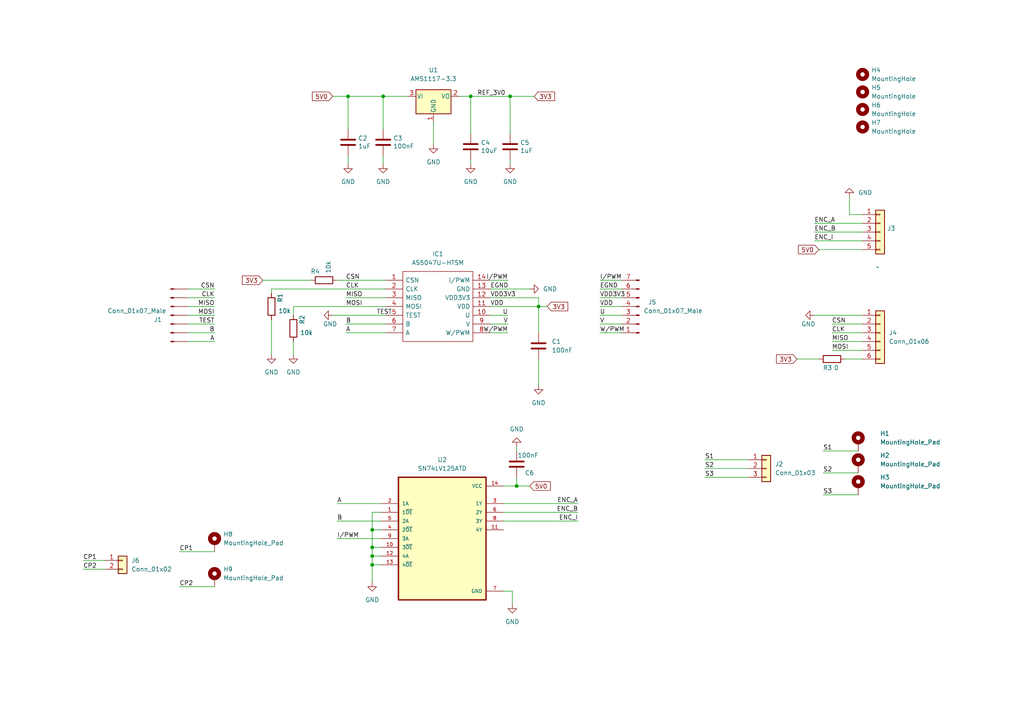
<source format=kicad_sch>
(kicad_sch (version 20211123) (generator eeschema)
  (paper "A4")
  (lib_symbols
    (symbol "Conn_01x07_Male_1" (pin_numbers hide) (pin_names (offset 1.016) hide)
      (property "Reference" "J" (at 0 10.16 0))
      (property "Value" "Conn_01x07_Male_1" (at 0 -10.16 0))
      (symbol "Conn_01x07_Male_1_1_1"
        (polyline (pts (xy 1.27 -7.62) (xy 0.8636 -7.62)) (stroke (width 0.1524)))
        (polyline (pts (xy 1.27 -5.08) (xy 0.8636 -5.08)) (stroke (width 0.1524)))
        (polyline (pts (xy 1.27 -2.54) (xy 0.8636 -2.54)) (stroke (width 0.1524)))
        (polyline (pts (xy 1.27 0) (xy 0.8636 0)) (stroke (width 0.1524)))
        (polyline (pts (xy 1.27 2.54) (xy 0.8636 2.54)) (stroke (width 0.1524)))
        (polyline (pts (xy 1.27 5.08) (xy 0.8636 5.08)) (stroke (width 0.1524)))
        (polyline (pts (xy 1.27 7.62) (xy 0.8636 7.62)) (stroke (width 0.1524)))
        (rectangle (start 0.8636 -7.493) (end 0 -7.747) (stroke (width 0.1524)) (fill (type outline)))
        (rectangle (start 0.8636 -4.953) (end 0 -5.207) (stroke (width 0.1524)) (fill (type outline)))
        (rectangle (start 0.8636 -2.413) (end 0 -2.667) (stroke (width 0.1524)) (fill (type outline)))
        (rectangle (start 0.8636 0.127) (end 0 -0.127) (stroke (width 0.1524)) (fill (type outline)))
        (rectangle (start 0.8636 2.667) (end 0 2.413) (stroke (width 0.1524)) (fill (type outline)))
        (rectangle (start 0.8636 5.207) (end 0 4.953) (stroke (width 0.1524)) (fill (type outline)))
        (rectangle (start 0.8636 7.747) (end 0 7.493) (stroke (width 0.1524)) (fill (type outline)))
        (pin passive line (at 5.08 7.62 180) (length 3.81) (name "Pin_1") (number "1"))
        (pin passive line (at 5.08 5.08 180) (length 3.81) (name "Pin_2") (number "2"))
        (pin passive line (at 5.08 2.54 180) (length 3.81) (name "Pin_3") (number "3"))
        (pin passive line (at 5.08 0 180) (length 3.81) (name "Pin_4") (number "4"))
        (pin passive line (at 5.08 -2.54 180) (length 3.81) (name "Pin_5") (number "5"))
        (pin passive line (at 5.08 -5.08 180) (length 3.81) (name "Pin_6") (number "6"))
        (pin passive line (at 5.08 -7.62 180) (length 3.81) (name "Pin_7") (number "7"))
      )
    )
    (symbol "Connector:Conn_01x07_Male" (pin_names (offset 1.016) hide)
      (property "Reference" "J" (at 0 10.16 0))
      (property "Value" "Conn_01x07_Male" (at 0 -10.16 0))
      (symbol "Conn_01x07_Male_1_1"
        (polyline (pts (xy 1.27 -7.62) (xy 0.8636 -7.62)) (stroke (width 0.1524)))
        (polyline (pts (xy 1.27 -5.08) (xy 0.8636 -5.08)) (stroke (width 0.1524)))
        (polyline (pts (xy 1.27 -2.54) (xy 0.8636 -2.54)) (stroke (width 0.1524)))
        (polyline (pts (xy 1.27 0) (xy 0.8636 0)) (stroke (width 0.1524)))
        (polyline (pts (xy 1.27 2.54) (xy 0.8636 2.54)) (stroke (width 0.1524)))
        (polyline (pts (xy 1.27 5.08) (xy 0.8636 5.08)) (stroke (width 0.1524)))
        (polyline (pts (xy 1.27 7.62) (xy 0.8636 7.62)) (stroke (width 0.1524)))
        (rectangle (start 0.8636 -7.493) (end 0 -7.747) (stroke (width 0.1524)) (fill (type outline)))
        (rectangle (start 0.8636 -4.953) (end 0 -5.207) (stroke (width 0.1524)) (fill (type outline)))
        (rectangle (start 0.8636 -2.413) (end 0 -2.667) (stroke (width 0.1524)) (fill (type outline)))
        (rectangle (start 0.8636 0.127) (end 0 -0.127) (stroke (width 0.1524)) (fill (type outline)))
        (rectangle (start 0.8636 2.667) (end 0 2.413) (stroke (width 0.1524)) (fill (type outline)))
        (rectangle (start 0.8636 5.207) (end 0 4.953) (stroke (width 0.1524)) (fill (type outline)))
        (rectangle (start 0.8636 7.747) (end 0 7.493) (stroke (width 0.1524)) (fill (type outline)))
        (pin passive line (at 5.08 7.62 180) (length 3.81) (name "Pin_1") (number "1"))
        (pin passive line (at 5.08 5.08 180) (length 3.81) (name "Pin_2") (number "2"))
        (pin passive line (at 5.08 2.54 180) (length 3.81) (name "Pin_3") (number "3"))
        (pin passive line (at 5.08 0 180) (length 3.81) (name "Pin_4") (number "4"))
        (pin passive line (at 5.08 -2.54 180) (length 3.81) (name "Pin_5") (number "5"))
        (pin passive line (at 5.08 -5.08 180) (length 3.81) (name "Pin_6") (number "6"))
        (pin passive line (at 5.08 -7.62 180) (length 3.81) (name "Pin_7") (number "7"))
      )
    )
    (symbol "Connector_Generic:Conn_01x02" (pin_names (offset 1.016) hide)
      (property "Reference" "J" (at 0 2.54 0))
      (property "Value" "Conn_01x02" (at 0 -5.08 0))
      (symbol "Conn_01x02_1_1"
        (rectangle (start -1.27 -2.413) (end 0 -2.667) (stroke (width 0.1524)))
        (rectangle (start -1.27 0.127) (end 0 -0.127) (stroke (width 0.1524)))
        (rectangle (start -1.27 1.27) (end 1.27 -3.81) (stroke (width 0.254)) (fill (type background)))
        (pin passive line (at -5.08 0 0) (length 3.81) (name "Pin_1") (number "1"))
        (pin passive line (at -5.08 -2.54 0) (length 3.81) (name "Pin_2") (number "2"))
      )
    )
    (symbol "Connector_Generic:Conn_01x03" (pin_names (offset 1.016) hide)
      (property "Reference" "J" (at 0 5.08 0))
      (property "Value" "Conn_01x03" (at 0 -5.08 0))
      (symbol "Conn_01x03_1_1"
        (rectangle (start -1.27 -2.413) (end 0 -2.667) (stroke (width 0.1524)))
        (rectangle (start -1.27 0.127) (end 0 -0.127) (stroke (width 0.1524)))
        (rectangle (start -1.27 2.667) (end 0 2.413) (stroke (width 0.1524)))
        (rectangle (start -1.27 3.81) (end 1.27 -3.81) (stroke (width 0.254)) (fill (type background)))
        (pin passive line (at -5.08 2.54 0) (length 3.81) (name "Pin_1") (number "1"))
        (pin passive line (at -5.08 0 0) (length 3.81) (name "Pin_2") (number "2"))
        (pin passive line (at -5.08 -2.54 0) (length 3.81) (name "Pin_3") (number "3"))
      )
    )
    (symbol "Connector_Generic:Conn_01x05" (pin_names (offset 1.016) hide)
      (property "Reference" "J" (at 0 7.62 0))
      (property "Value" "Conn_01x05" (at 0 -7.62 0))
      (symbol "Conn_01x05_1_1"
        (rectangle (start -1.27 -4.953) (end 0 -5.207) (stroke (width 0.1524)))
        (rectangle (start -1.27 -2.413) (end 0 -2.667) (stroke (width 0.1524)))
        (rectangle (start -1.27 0.127) (end 0 -0.127) (stroke (width 0.1524)))
        (rectangle (start -1.27 2.667) (end 0 2.413) (stroke (width 0.1524)))
        (rectangle (start -1.27 5.207) (end 0 4.953) (stroke (width 0.1524)))
        (rectangle (start -1.27 6.35) (end 1.27 -6.35) (stroke (width 0.254)) (fill (type background)))
        (pin passive line (at -5.08 5.08 0) (length 3.81) (name "Pin_1") (number "1"))
        (pin passive line (at -5.08 2.54 0) (length 3.81) (name "Pin_2") (number "2"))
        (pin passive line (at -5.08 0 0) (length 3.81) (name "Pin_3") (number "3"))
        (pin passive line (at -5.08 -2.54 0) (length 3.81) (name "Pin_4") (number "4"))
        (pin passive line (at -5.08 -5.08 0) (length 3.81) (name "Pin_5") (number "5"))
      )
    )
    (symbol "Connector_Generic:Conn_01x06" (pin_names (offset 1.016) hide)
      (property "Reference" "J" (at 0 7.62 0))
      (property "Value" "Conn_01x06" (at 0 -10.16 0))
      (symbol "Conn_01x06_1_1"
        (rectangle (start -1.27 -7.493) (end 0 -7.747) (stroke (width 0.1524)))
        (rectangle (start -1.27 -4.953) (end 0 -5.207) (stroke (width 0.1524)))
        (rectangle (start -1.27 -2.413) (end 0 -2.667) (stroke (width 0.1524)))
        (rectangle (start -1.27 0.127) (end 0 -0.127) (stroke (width 0.1524)))
        (rectangle (start -1.27 2.667) (end 0 2.413) (stroke (width 0.1524)))
        (rectangle (start -1.27 5.207) (end 0 4.953) (stroke (width 0.1524)))
        (rectangle (start -1.27 6.35) (end 1.27 -8.89) (stroke (width 0.254)) (fill (type background)))
        (pin passive line (at -5.08 5.08 0) (length 3.81) (name "Pin_1") (number "1"))
        (pin passive line (at -5.08 2.54 0) (length 3.81) (name "Pin_2") (number "2"))
        (pin passive line (at -5.08 0 0) (length 3.81) (name "Pin_3") (number "3"))
        (pin passive line (at -5.08 -2.54 0) (length 3.81) (name "Pin_4") (number "4"))
        (pin passive line (at -5.08 -5.08 0) (length 3.81) (name "Pin_5") (number "5"))
        (pin passive line (at -5.08 -7.62 0) (length 3.81) (name "Pin_6") (number "6"))
      )
    )
    (symbol "Device:C" (pin_numbers hide) (pin_names (offset 0.254))
      (property "Reference" "C" (at 0.635 2.54 0))
      (property "Value" "C" (at 0.635 -2.54 0))
      (symbol "C_0_1"
        (polyline (pts (xy -2.032 -0.762) (xy 2.032 -0.762)) (stroke (width 0.508)))
        (polyline (pts (xy -2.032 0.762) (xy 2.032 0.762)) (stroke (width 0.508)))
      )
      (symbol "C_1_1"
        (pin passive line (at 0 3.81 270) (length 2.794) (name "~") (number "1"))
        (pin passive line (at 0 -3.81 90) (length 2.794) (name "~") (number "2"))
      )
    )
    (symbol "Device:R" (pin_numbers hide) (pin_names (offset 0))
      (property "Reference" "R" (at 2.032 0 90))
      (property "Value" "R" (at 0 0 90))
      (symbol "R_0_1"
        (rectangle (start -1.016 -2.54) (end 1.016 2.54) (stroke (width 0.254)))
      )
      (symbol "R_1_1"
        (pin passive line (at 0 3.81 270) (length 1.27) (name "~") (number "1"))
        (pin passive line (at 0 -3.81 90) (length 1.27) (name "~") (number "2"))
      )
    )
    (symbol "Mechanical:MountingHole" (pin_names (offset 1.016))
      (property "Reference" "H" (at 0 5.08 0))
      (property "Value" "MountingHole" (at 0 3.175 0))
      (symbol "MountingHole_0_1"
        (circle (center 0 0) (radius 1.27) (stroke (width 1.27)))
      )
    )
    (symbol "Mechanical:MountingHole_Pad" (pin_numbers hide) (pin_names (offset 1.016) hide)
      (property "Reference" "H" (at 0 6.35 0))
      (property "Value" "MountingHole_Pad" (at 0 4.445 0))
      (symbol "MountingHole_Pad_0_1"
        (circle (center 0 1.27) (radius 1.27) (stroke (width 1.27)))
      )
      (symbol "MountingHole_Pad_1_1"
        (pin input line (at 0 -2.54 90) (length 2.54) (name "1") (number "1"))
      )
    )
    (symbol "Regulator_Linear:AMS1117-3.3" (pin_names (offset 0.254))
      (property "Reference" "U" (at -3.81 3.175 0))
      (property "Value" "AMS1117-3.3" (at 0 3.175 0))
      (symbol "AMS1117-3.3_0_1"
        (rectangle (start -5.08 -5.08) (end 5.08 1.905) (stroke (width 0.254)) (fill (type background)))
      )
      (symbol "AMS1117-3.3_1_1"
        (pin power_in line (at 0 -7.62 90) (length 2.54) (name "GND") (number "1"))
        (pin power_out line (at 7.62 0 180) (length 2.54) (name "VO") (number "2"))
        (pin power_in line (at -7.62 0 0) (length 2.54) (name "VI") (number "3"))
      )
    )
    (symbol "enclib:AS5047U-HTSM" (pin_names (offset 0.762))
      (property "Reference" "IC" (at 26.67 7.62 0))
      (property "Value" "AS5047U-HTSM" (at 26.67 5.08 0))
      (symbol "AS5047U-HTSM_0_0"
        (pin passive line (at 0 0 0) (length 5.08) (name "CSN") (number "1"))
        (pin passive line (at 30.48 -10.16 180) (length 5.08) (name "U") (number "10"))
        (pin passive line (at 30.48 -7.62 180) (length 5.08) (name "VDD") (number "11"))
        (pin passive line (at 30.48 -5.08 180) (length 5.08) (name "VDD3V3") (number "12"))
        (pin passive line (at 30.48 -2.54 180) (length 5.08) (name "GND") (number "13"))
        (pin passive line (at 30.48 0 180) (length 5.08) (name "I/PWM") (number "14"))
        (pin passive line (at 0 -2.54 0) (length 5.08) (name "CLK") (number "2"))
        (pin passive line (at 0 -5.08 0) (length 5.08) (name "MISO") (number "3"))
        (pin passive line (at 0 -7.62 0) (length 5.08) (name "MOSI") (number "4"))
        (pin passive line (at 0 -10.16 0) (length 5.08) (name "TEST") (number "5"))
        (pin passive line (at 0 -12.7 0) (length 5.08) (name "B") (number "6"))
        (pin passive line (at 0 -15.24 0) (length 5.08) (name "A") (number "7"))
        (pin passive line (at 30.48 -15.24 180) (length 5.08) (name "W/PWM") (number "8"))
        (pin passive line (at 30.48 -12.7 180) (length 5.08) (name "V") (number "9"))
      )
      (symbol "AS5047U-HTSM_0_1"
        (polyline (pts (xy 5.08 2.54) (xy 25.4 2.54) (xy 25.4 -17.78) (xy 5.08 -17.78) (xy 5.08 2.54)) (stroke (width 0.1524)))
      )
    )
    (symbol "enclib:SN74LV125ATD" (pin_names (offset 1.016))
      (property "Reference" "U" (at -12.7 18.7706 0))
      (property "Value" "SN74LV125ATD" (at -12.7 -21.7678 0))
      (symbol "SN74LV125ATD_0_0"
        (rectangle (start -12.7 -17.78) (end 12.7 17.78) (stroke (width 0.4064)) (fill (type background)))
        (pin input line (at -17.78 7.62 0) (length 5.08) (name "1~{OE}") (number "1"))
        (pin input line (at -17.78 -2.54 0) (length 5.08) (name "3~{OE}") (number "10"))
        (pin output line (at 17.78 2.54 180) (length 5.08) (name "4Y") (number "11"))
        (pin input line (at -17.78 -5.08 0) (length 5.08) (name "4A") (number "12"))
        (pin input line (at -17.78 -7.62 0) (length 5.08) (name "4~{OE}") (number "13"))
        (pin power_in line (at 17.78 15.24 180) (length 5.08) (name "VCC") (number "14"))
        (pin input line (at -17.78 10.16 0) (length 5.08) (name "1A") (number "2"))
        (pin output line (at 17.78 10.16 180) (length 5.08) (name "1Y") (number "3"))
        (pin input line (at -17.78 2.54 0) (length 5.08) (name "2~{OE}") (number "4"))
        (pin input line (at -17.78 5.08 0) (length 5.08) (name "2A") (number "5"))
        (pin output line (at 17.78 7.62 180) (length 5.08) (name "2Y") (number "6"))
        (pin power_in line (at 17.78 -15.24 180) (length 5.08) (name "GND") (number "7"))
        (pin output line (at 17.78 5.08 180) (length 5.08) (name "3Y") (number "8"))
        (pin input line (at -17.78 0 0) (length 5.08) (name "3A") (number "9"))
      )
    )
    (symbol "power:GND" (power) (pin_names (offset 0))
      (property "Value" "GND" (at 0 -3.81 0))
      (symbol "GND_0_1"
        (polyline (pts (xy 0 0) (xy 0 -1.27) (xy 1.27 -1.27) (xy 0 -2.54) (xy -1.27 -1.27) (xy 0 -1.27)))
      )
      (symbol "GND_1_1"
        (pin power_in line (at 0 0 270) (length 0) hide (name "GND") (number "1"))
      )
    )
  )
  (junction (at 147.955 27.94))
  (junction (at 107.95 161.29))
  (junction (at 107.95 158.75))
  (junction (at 156.21 88.9))
  (junction (at 111.125 27.94))
  (junction (at 107.95 163.83))
  (junction (at 100.965 27.94))
  (junction (at 149.86 140.97))
  (junction (at 107.95 153.67))
  (junction (at 136.525 27.94))
  (wire (pts (xy 54.61 86.36) (xy 62.23 86.36)))
  (wire (pts (xy 241.3 93.98) (xy 250.19 93.98)))
  (wire (pts (xy 147.955 46.355) (xy 147.955 47.625)))
  (wire (pts (xy 78.74 83.82) (xy 78.74 85.09)))
  (wire (pts (xy 146.05 171.45) (xy 148.59 171.45)))
  (wire (pts (xy 107.95 148.59) (xy 107.95 153.67)))
  (wire (pts (xy 149.86 140.97) (xy 153.67 140.97)))
  (wire (pts (xy 85.09 88.9) (xy 111.76 88.9)))
  (wire (pts (xy 146.05 146.05) (xy 167.64 146.05)))
  (wire (pts (xy 156.21 88.9) (xy 158.75 88.9)))
  (wire (pts (xy 173.99 88.9) (xy 180.34 88.9)))
  (wire (pts (xy 107.95 158.75) (xy 107.95 161.29)))
  (wire (pts (xy 54.61 83.82) (xy 62.23 83.82)))
  (wire (pts (xy 142.24 88.9) (xy 156.21 88.9)))
  (wire (pts (xy 107.95 161.29) (xy 107.95 163.83)))
  (wire (pts (xy 173.99 86.36) (xy 180.34 86.36)))
  (wire (pts (xy 238.76 137.16) (xy 248.92 137.16)))
  (wire (pts (xy 54.61 99.06) (xy 62.23 99.06)))
  (wire (pts (xy 147.955 27.94) (xy 154.94 27.94)))
  (wire (pts (xy 237.49 72.39) (xy 250.19 72.39)))
  (wire (pts (xy 173.99 96.52) (xy 180.34 96.52)))
  (wire (pts (xy 142.24 86.36) (xy 156.21 86.36)))
  (wire (pts (xy 100.965 27.94) (xy 100.965 37.465)))
  (wire (pts (xy 156.21 88.9) (xy 156.21 96.52)))
  (wire (pts (xy 142.24 91.44) (xy 147.32 91.44)))
  (wire (pts (xy 97.79 151.13) (xy 110.49 151.13)))
  (wire (pts (xy 173.99 83.82) (xy 180.34 83.82)))
  (wire (pts (xy 241.3 101.6) (xy 250.19 101.6)))
  (wire (pts (xy 78.74 83.82) (xy 111.76 83.82)))
  (wire (pts (xy 96.52 91.44) (xy 111.76 91.44)))
  (wire (pts (xy 173.99 93.98) (xy 180.34 93.98)))
  (wire (pts (xy 241.3 99.06) (xy 250.19 99.06)))
  (wire (pts (xy 136.525 46.355) (xy 136.525 47.625)))
  (wire (pts (xy 142.24 96.52) (xy 147.32 96.52)))
  (wire (pts (xy 24.13 165.1) (xy 30.48 165.1)))
  (wire (pts (xy 52.07 160.02) (xy 62.23 160.02)))
  (wire (pts (xy 107.95 163.83) (xy 107.95 168.91)))
  (wire (pts (xy 24.13 162.56) (xy 30.48 162.56)))
  (wire (pts (xy 54.61 88.9) (xy 62.23 88.9)))
  (wire (pts (xy 173.99 81.28) (xy 180.34 81.28)))
  (wire (pts (xy 236.22 67.31) (xy 250.19 67.31)))
  (wire (pts (xy 97.79 81.28) (xy 111.76 81.28)))
  (wire (pts (xy 133.35 27.94) (xy 136.525 27.94)))
  (wire (pts (xy 146.05 148.59) (xy 167.64 148.59)))
  (wire (pts (xy 111.125 27.94) (xy 111.125 37.465)))
  (wire (pts (xy 100.33 96.52) (xy 111.76 96.52)))
  (wire (pts (xy 149.86 129.54) (xy 149.86 130.81)))
  (wire (pts (xy 142.24 83.82) (xy 153.67 83.82)))
  (wire (pts (xy 96.52 27.94) (xy 100.965 27.94)))
  (wire (pts (xy 142.24 81.28) (xy 147.32 81.28)))
  (wire (pts (xy 149.86 140.97) (xy 149.86 138.43)))
  (wire (pts (xy 241.3 96.52) (xy 250.19 96.52)))
  (wire (pts (xy 54.61 91.44) (xy 62.23 91.44)))
  (wire (pts (xy 236.22 64.77) (xy 250.19 64.77)))
  (wire (pts (xy 78.74 92.71) (xy 78.74 102.87)))
  (wire (pts (xy 250.19 62.23) (xy 246.38 62.23)))
  (wire (pts (xy 100.965 27.94) (xy 111.125 27.94)))
  (wire (pts (xy 107.95 158.75) (xy 110.49 158.75)))
  (wire (pts (xy 111.125 27.94) (xy 118.11 27.94)))
  (wire (pts (xy 173.99 91.44) (xy 180.34 91.44)))
  (wire (pts (xy 146.05 151.13) (xy 167.64 151.13)))
  (wire (pts (xy 136.525 27.94) (xy 136.525 38.735)))
  (wire (pts (xy 156.21 104.14) (xy 156.21 111.76)))
  (wire (pts (xy 85.09 88.9) (xy 85.09 91.44)))
  (wire (pts (xy 147.955 27.94) (xy 147.955 38.735)))
  (wire (pts (xy 110.49 161.29) (xy 107.95 161.29)))
  (wire (pts (xy 76.2 81.28) (xy 90.17 81.28)))
  (wire (pts (xy 111.125 45.085) (xy 111.125 47.625)))
  (wire (pts (xy 231.14 104.14) (xy 237.49 104.14)))
  (wire (pts (xy 100.33 86.36) (xy 111.76 86.36)))
  (wire (pts (xy 142.24 93.98) (xy 147.32 93.98)))
  (wire (pts (xy 148.59 171.45) (xy 148.59 175.26)))
  (wire (pts (xy 236.22 69.85) (xy 250.19 69.85)))
  (wire (pts (xy 107.95 153.67) (xy 107.95 158.75)))
  (wire (pts (xy 246.38 57.15) (xy 246.38 62.23)))
  (wire (pts (xy 100.33 93.98) (xy 111.76 93.98)))
  (wire (pts (xy 110.49 148.59) (xy 107.95 148.59)))
  (wire (pts (xy 204.47 133.35) (xy 217.17 133.35)))
  (wire (pts (xy 238.76 130.81) (xy 248.92 130.81)))
  (wire (pts (xy 156.21 86.36) (xy 156.21 88.9)))
  (wire (pts (xy 107.95 153.67) (xy 110.49 153.67)))
  (wire (pts (xy 85.09 99.06) (xy 85.09 102.87)))
  (wire (pts (xy 204.47 135.89) (xy 217.17 135.89)))
  (wire (pts (xy 125.73 35.56) (xy 125.73 41.91)))
  (wire (pts (xy 100.965 47.625) (xy 100.965 45.085)))
  (wire (pts (xy 245.11 104.14) (xy 250.19 104.14)))
  (wire (pts (xy 136.525 27.94) (xy 147.955 27.94)))
  (wire (pts (xy 107.95 163.83) (xy 110.49 163.83)))
  (wire (pts (xy 236.22 91.44) (xy 250.19 91.44)))
  (wire (pts (xy 238.76 143.51) (xy 248.92 143.51)))
  (wire (pts (xy 52.07 170.18) (xy 62.23 170.18)))
  (wire (pts (xy 146.05 140.97) (xy 149.86 140.97)))
  (wire (pts (xy 97.79 156.21) (xy 110.49 156.21)))
  (wire (pts (xy 54.61 96.52) (xy 62.23 96.52)))
  (wire (pts (xy 54.61 93.98) (xy 62.23 93.98)))
  (wire (pts (xy 204.47 138.43) (xy 217.17 138.43)))
  (wire (pts (xy 97.79 146.05) (xy 110.49 146.05)))
  (label "CSN" (at 100.33 81.28 0))
  (label "MOSI" (at 241.3 101.6 0))
  (label "ENC_I" (at 236.22 69.85 0))
  (label "A" (at 97.79 146.05 0))
  (label "EGND" (at 142.24 83.82 0))
  (label "S2" (at 204.47 135.89 0))
  (label "ENC_A" (at 167.64 146.05 180))
  (label "VDD" (at 173.99 88.9 0))
  (label "U" (at 173.99 91.44 0))
  (label "V" (at 147.32 93.98 180))
  (label "MOSI" (at 100.33 88.9 0))
  (label "VDD3V3" (at 173.99 86.36 0))
  (label "I{slash}PWM" (at 173.99 81.28 0))
  (label "CSN" (at 241.3 93.98 0))
  (label "S2" (at 238.76 137.16 0))
  (label "S3" (at 204.47 138.43 0))
  (label "CLK" (at 100.33 83.82 0))
  (label "A" (at 62.23 99.06 180))
  (label "S1" (at 238.76 130.81 0))
  (label "MISO" (at 62.23 88.9 180))
  (label "MISO" (at 241.3 99.06 0))
  (label "CP2" (at 52.07 170.18 0))
  (label "S1" (at 204.47 133.35 0))
  (label "VDD3V3" (at 142.24 86.36 0))
  (label "CP2" (at 24.13 165.1 0))
  (label "CP1" (at 52.07 160.02 0))
  (label "W{slash}PWM" (at 173.99 96.52 0))
  (label "CLK" (at 62.23 86.36 180))
  (label "REF_3V0" (at 138.43 27.94 0))
  (label "I{slash}PWM" (at 97.79 156.21 0))
  (label "CLK" (at 241.3 96.52 0))
  (label "B" (at 62.23 96.52 180))
  (label "MISO" (at 100.33 86.36 0))
  (label "MOSI" (at 62.23 91.44 180))
  (label "ENC_B" (at 167.64 148.59 180))
  (label "V" (at 173.99 93.98 0))
  (label "S3" (at 238.76 143.51 0))
  (label "VDD" (at 142.24 88.9 0))
  (label "U" (at 147.32 91.44 180))
  (label "W{slash}PWM" (at 147.32 96.52 180))
  (label "CSN" (at 62.23 83.82 180))
  (label "ENC_A" (at 236.22 64.77 0))
  (label "I{slash}PWM" (at 147.32 81.28 180))
  (label "B" (at 97.79 151.13 0))
  (label "CP1" (at 24.13 162.56 0))
  (label "ENC_B" (at 236.22 67.31 0))
  (label "ENC_I" (at 167.64 151.13 180))
  (label "TEST" (at 62.23 93.98 180))
  (label "EGND" (at 173.99 83.82 0))
  (label "B" (at 100.33 93.98 0))
  (label "TEST" (at 109.22 91.44 0))
  (label "A" (at 100.33 96.52 0))
  (global_label "3V3" (shape input) (at 231.14 104.14 180) (property "Intersheet References" "${INTERSHEET_REFS}" (effects hide)))
  (global_label "5V0" (shape input) (at 96.52 27.94 180) (property "Intersheet References" "${INTERSHEET_REFS}" (effects hide)))
  (global_label "5V0" (shape input) (at 237.49 72.39 180) (property "Intersheet References" "${INTERSHEET_REFS}" (effects hide)))
  (global_label "5V0" (shape input) (at 153.67 140.97 0) (property "Intersheet References" "${INTERSHEET_REFS}" (effects hide)))
  (global_label "3V3" (shape input) (at 154.94 27.94 0) (property "Intersheet References" "${INTERSHEET_REFS}" (effects hide)))
  (global_label "3V3" (shape input) (at 158.75 88.9 0) (property "Intersheet References" "${INTERSHEET_REFS}" (effects hide)))
  (global_label "3V3" (shape input) (at 76.2 81.28 180) (property "Intersheet References" "${INTERSHEET_REFS}" (effects hide)))
  (symbol (lib_id "Device:C") (at 100.965 41.275 0) (unit 1)
    (property "Reference" "C2" (at 103.886 40.1066 0) (effects (justify left)))
    (property "Value" "1uF" (at 103.886 42.418 0) (effects (justify left)))
    (property "Footprint" "Capacitor_SMD:C_0402_1005Metric" (effects hide))
    (property "Datasheet" "https://www.murata.com/en-eu/products/productdetail?partno=GRM033C81A105ME05%23" (effects hide))
    (property "DigiKey" "490-13219-1-ND" (effects hide))
    (property "Farnell" "3238032" (effects hide))
    (property "Mouser" "81-GRM033C81A105ME5D" (effects hide))
    (property "Part No" "GRM033C81A105ME05D" (effects hide))
    (property "Rated Voltage" "10V" (effects hide))
  )
  (symbol (lib_id "power:GND") (at 246.38 57.15 180) (unit 1)
    (property "Reference" "#PWR0102" (effects hide))
    (property "Value" "GND" (at 248.92 55.8799 0) (effects (justify right)))
  )
  (symbol (lib_id "power:GND") (at 107.95 168.91 0) (unit 1)
    (property "Reference" "#PWR012" (effects hide))
    (property "Value" "GND" (at 107.95 173.99 0))
  )
  (symbol (lib_id "power:GND") (at 125.73 41.91 0) (unit 1)
    (property "Reference" "#PWR08" (effects hide))
    (property "Value" "GND" (at 125.73 46.99 0))
  )
  (symbol (lib_id "Mechanical:MountingHole_Pad") (at 248.92 140.97 0) (unit 1)
    (property "Reference" "H3" (at 255.27 138.43 0) (effects (justify left)))
    (property "Value" "MountingHole_Pad" (at 255.27 140.97 0) (effects (justify left)))
    (property "Footprint" "MountingHole:MountingHole_2.2mm_M2_Pad" (effects hide))
  )
  (symbol (lib_id "Mechanical:MountingHole_Pad") (at 248.92 128.27 0) (unit 1)
    (property "Reference" "H1" (at 255.27 125.73 0) (effects (justify left)))
    (property "Value" "MountingHole_Pad" (at 255.27 128.27 0) (effects (justify left)))
    (property "Footprint" "MountingHole:MountingHole_2.2mm_M2_Pad" (effects hide))
  )
  (symbol (lib_id "power:GND") (at 136.525 47.625 0) (unit 1)
    (property "Reference" "#PWR09" (effects hide))
    (property "Value" "GND" (at 136.525 52.705 0))
  )
  (symbol (lib_id "Mechanical:MountingHole_Pad") (at 62.23 157.48 0) (unit 1)
    (property "Reference" "H8" (at 64.77 154.94 0) (effects (justify left)))
    (property "Value" "MountingHole_Pad" (at 64.77 157.48 0) (effects (justify left)))
    (property "Footprint" "MountingHole:MountingHole_2.2mm_M2_Pad" (effects hide))
  )
  (symbol (lib_id "Device:C") (at 111.125 41.275 0) (unit 1)
    (property "Reference" "C3" (at 114.046 40.1066 0) (effects (justify left)))
    (property "Value" "100nF" (at 114.046 42.418 0) (effects (justify left)))
    (property "Footprint" "Capacitor_SMD:C_0402_1005Metric" (effects hide))
    (property "Datasheet" "https://www.murata.com/en-eu/products/productdetail?partno=GRM033C71A104KE14%23." (effects hide))
    (property "DigiKey" "490-14571-1-ND" (effects hide))
    (property "Farnell" "3790414" (effects hide))
    (property "Mouser" "81-GRM033R61E104KE4J" (effects hide))
    (property "Part No" "GRM033R61E104KE14J" (effects hide))
    (property "RS" "185-2066" (effects hide))
    (property "Rated Voltage" "10V" (effects hide))
  )
  (symbol (lib_id "Mechanical:MountingHole") (at 250.19 26.67 0) (unit 1)
    (property "Reference" "H5" (at 252.73 25.3999 0) (effects (justify left)))
    (property "Value" "MountingHole" (at 252.73 27.9399 0) (effects (justify left)))
    (property "Footprint" "MountingHole:MountingHole_2.2mm_M2" (effects hide))
  )
  (symbol (lib_id "power:GND") (at 100.965 47.625 0) (unit 1)
    (property "Reference" "#PWR06" (effects hide))
    (property "Value" "GND" (at 100.965 52.705 0))
  )
  (symbol (lib_id "power:GND") (at 85.09 102.87 0) (unit 1)
    (property "Reference" "#PWR02" (effects hide))
    (property "Value" "GND" (at 85.09 107.95 0))
  )
  (symbol (lib_id "power:GND") (at 149.86 129.54 180) (unit 1)
    (property "Reference" "#PWR0101" (effects hide))
    (property "Value" "GND" (at 149.86 124.46 0))
  )
  (symbol (lib_id "Mechanical:MountingHole_Pad") (at 62.23 167.64 0) (unit 1)
    (property "Reference" "H9" (at 64.77 165.1 0) (effects (justify left)))
    (property "Value" "MountingHole_Pad" (at 64.77 167.64 0) (effects (justify left)))
    (property "Footprint" "MountingHole:MountingHole_2.2mm_M2_Pad" (effects hide))
  )
  (symbol (lib_id "Connector_Generic:Conn_01x06") (at 255.27 96.52 0) (unit 1)
    (property "Reference" "J4" (at 257.81 96.5199 0) (effects (justify left)))
    (property "Value" "Conn_01x06" (at 257.81 99.0599 0) (effects (justify left)))
    (property "Footprint" "Connector_Hirose:Hirose_DF13-06P-1.25DSA_1x06_P1.25mm_Vertical" (effects hide))
  )
  (symbol (lib_id "Device:C") (at 149.86 134.62 180) (unit 1)
    (property "Reference" "C6" (at 154.94 137.16 0) (effects (justify left)))
    (property "Value" "100nF" (at 156.21 132.08 0) (effects (justify left)))
    (property "Footprint" "Capacitor_SMD:C_0402_1005Metric" (effects hide))
  )
  (symbol (lib_id "Device:R") (at 93.98 81.28 270) (unit 1)
    (property "Reference" "R4" (at 91.44 78.74 90))
    (property "Value" "10k" (at 95.25 77.47 0))
    (property "Footprint" "Resistor_SMD:R_0402_1005Metric" (effects hide))
  )
  (symbol (lib_id "power:GND") (at 78.74 102.87 0) (unit 1)
    (property "Reference" "#PWR01" (effects hide))
    (property "Value" "GND" (at 78.74 107.95 0))
  )
  (symbol (lib_id "enclib:AS5047U-HTSM") (at 111.76 81.28 0) (unit 1)
    (property "Reference" "IC1" (at 127 73.66 0))
    (property "Value" "AS5047U-HTSM" (at 127 76.2 0))
    (property "Footprint" "encoderlib:SOP65P640X110-14N" (effects hide))
    (property "Datasheet" "https://datasheet.datasheetarchive.com/originals/distributors/Datasheets_SAMA/c3ef85baf5c65a55d97fe066bf0af3b0.pdf" (effects hide))
    (property "Description" "AMS AS5047U-HTSM TSSOP14 LF T&RDP" (effects hide))
    (property "Height" "1.2" (effects hide))
    (property "Manufacturer_Name" "ams" (effects hide))
    (property "Manufacturer_Part_Number" "AS5047U-HTSM" (effects hide))
    (property "Mouser Part Number" "985-AS5047U-HTSM" (effects hide))
    (property "Mouser Price/Stock" "https://www.mouser.co.uk/ProductDetail/ams/AS5047U-HTSM?qs=byeeYqUIh0NGoikretscuw%3D%3D" (effects hide))
    (property "Arrow Part Number" "AS5047U-HTSM" (effects hide))
    (property "Arrow Price/Stock" "https://www.arrow.com/en/products/as5047u-htsm/ams-ag?region=nac" (effects hide))
  )
  (symbol (lib_id "Device:C") (at 147.955 42.545 0) (unit 1)
    (property "Reference" "C5" (at 150.876 41.3766 0) (effects (justify left)))
    (property "Value" "1uF" (at 150.876 43.688 0) (effects (justify left)))
    (property "Footprint" "Capacitor_SMD:C_0402_1005Metric" (effects hide))
    (property "Datasheet" "https://www.murata.com/en-eu/products/productdetail?partno=GRM033C81A105ME05%23" (effects hide))
    (property "DigiKey" "490-13219-1-ND" (effects hide))
    (property "Farnell" "3238032" (effects hide))
    (property "Mouser" "81-GRM033C81A105ME5D" (effects hide))
    (property "Part No" "GRM033C81A105ME05D" (effects hide))
    (property "Rated Voltage" "10V" (effects hide))
  )
  (symbol (lib_id "Connector_Generic:Conn_01x03") (at 222.25 135.89 0) (unit 1)
    (property "Reference" "J2" (at 224.79 134.6199 0) (effects (justify left)))
    (property "Value" "Conn_01x03" (at 224.79 137.1599 0) (effects (justify left)))
    (property "Footprint" "Connector_AMASS:AMASS_MR30PW-M_1x03_P3.50mm_Horizontal" (effects hide))
  )
  (symbol (lib_id "Device:R") (at 85.09 95.25 180) (unit 1)
    (property "Reference" "R2" (at 87.63 92.71 90))
    (property "Value" "10k" (at 88.9 96.52 0))
    (property "Footprint" "Resistor_SMD:R_0402_1005Metric" (effects hide))
  )
  (symbol (lib_id "Device:C") (at 156.21 100.33 0) (unit 1)
    (property "Reference" "C1" (at 160.02 99.0599 0) (effects (justify left)))
    (property "Value" "100nF" (at 160.02 101.5999 0) (effects (justify left)))
    (property "Footprint" "Capacitor_SMD:C_0402_1005Metric" (effects hide))
  )
  (symbol (lib_id "power:GND") (at 153.67 83.82 90) (unit 1)
    (property "Reference" "#PWR04" (effects hide))
    (property "Value" "GND" (at 157.48 83.8199 90) (effects (justify right)))
  )
  (symbol (lib_id "power:GND") (at 111.125 47.625 0) (unit 1)
    (property "Reference" "#PWR07" (effects hide))
    (property "Value" "GND" (at 111.125 52.705 0))
  )
  (symbol (lib_id "enclib:SN74LV125ATD") (at 128.27 156.21 0) (unit 1)
    (property "Reference" "U2" (at 128.27 133.35 0))
    (property "Value" "SN74LV125ATD" (at 128.27 135.89 0))
    (property "Footprint" "encoderlib:SOIC127P600X175-14N" (effects hide))
  )
  (symbol (lib_id "Device:C") (at 136.525 42.545 0) (unit 1)
    (property "Reference" "C4" (at 139.446 41.3766 0) (effects (justify left)))
    (property "Value" "10uF" (at 139.446 43.688 0) (effects (justify left)))
    (property "Footprint" "Capacitor_SMD:C_0402_1005Metric" (effects hide))
    (property "Datasheet" "https://www.murata.com/en-eu/products/productdetail?partno=GRM188R61A106ME69%23" (effects hide))
    (property "DigiKey" "490-10475-1-ND" (effects hide))
    (property "Farnell" "2456110" (effects hide))
    (property "Mouser" "81-GRM188R61A106ME9D" (effects hide))
    (property "Part No" "GRM188R61A106ME69D" (effects hide))
    (property "RS" "113-8702" (effects hide))
    (property "Rated Voltage" "10V" (effects hide))
  )
  (symbol (lib_id "Mechanical:MountingHole") (at 250.19 36.83 0) (unit 1)
    (property "Reference" "H7" (at 252.73 35.5599 0) (effects (justify left)))
    (property "Value" "MountingHole" (at 252.73 38.0999 0) (effects (justify left)))
    (property "Footprint" "MountingHole:MountingHole_2.2mm_M2" (effects hide))
  )
  (symbol (lib_name "Conn_01x07_Male_1") (lib_id "Connector:Conn_01x07_Male") (at 49.53 91.44 0) (unit 1)
    (property "Reference" "J1" (at 46.99 92.71 0) (effects (justify right)))
    (property "Value" "Conn_01x07_Male" (at 48.26 90.1701 0) (effects (justify right)))
    (property "Footprint" "Connector_PinHeader_2.54mm:PinHeader_1x07_P2.54mm_Vertical" (effects hide))
  )
  (symbol (lib_id "Mechanical:MountingHole_Pad") (at 248.92 134.62 0) (unit 1)
    (property "Reference" "H2" (at 255.27 132.08 0) (effects (justify left)))
    (property "Value" "MountingHole_Pad" (at 255.27 134.62 0) (effects (justify left)))
    (property "Footprint" "MountingHole:MountingHole_2.2mm_M2_Pad" (effects hide))
  )
  (symbol (lib_id "power:GND") (at 236.22 91.44 270) (unit 1)
    (property "Reference" "#PWR013" (effects hide))
    (property "Value" "GND" (at 232.41 93.98 90) (effects (justify left)))
  )
  (symbol (lib_id "Connector_Generic:Conn_01x02") (at 35.56 162.56 0) (unit 1)
    (property "Reference" "J6" (at 38.1 162.5599 0) (effects (justify left)))
    (property "Value" "Conn_01x02" (at 38.1 165.0999 0) (effects (justify left)))
    (property "Footprint" "Connector_Hirose:Hirose_DF13-02P-1.25DSA_1x02_P1.25mm_Vertical" (effects hide))
  )
  (symbol (lib_id "Mechanical:MountingHole") (at 250.19 31.75 0) (unit 1)
    (property "Reference" "H6" (at 252.73 30.4799 0) (effects (justify left)))
    (property "Value" "MountingHole" (at 252.73 33.0199 0) (effects (justify left)))
    (property "Footprint" "MountingHole:MountingHole_2.2mm_M2" (effects hide))
  )
  (symbol (lib_id "Device:R") (at 78.74 88.9 180) (unit 1)
    (property "Reference" "R1" (at 81.28 86.36 90))
    (property "Value" "10k" (at 82.55 90.17 0))
    (property "Footprint" "Resistor_SMD:R_0402_1005Metric" (effects hide))
  )
  (symbol (lib_id "power:GND") (at 96.52 91.44 270) (unit 1)
    (property "Reference" "#PWR03" (effects hide))
    (property "Value" "GND" (at 97.79 93.98 90) (effects (justify right)))
  )
  (symbol (lib_id "power:GND") (at 147.955 47.625 0) (unit 1)
    (property "Reference" "#PWR010" (effects hide))
    (property "Value" "GND" (at 147.955 52.705 0))
  )
  (symbol (lib_id "Device:R") (at 241.3 104.14 270) (unit 1)
    (property "Reference" "R3" (at 240.03 106.68 90))
    (property "Value" "0" (at 242.57 106.68 90))
    (property "Footprint" "Resistor_SMD:R_0402_1005Metric" (effects hide))
  )
  (symbol (lib_id "power:GND") (at 148.59 175.26 0) (unit 1)
    (property "Reference" "#PWR011" (effects hide))
    (property "Value" "GND" (at 148.59 180.34 0))
  )
  (symbol (lib_id "Regulator_Linear:AMS1117-3.3") (at 125.73 27.94 0) (unit 1)
    (property "Reference" "U1" (at 125.73 20.32 0))
    (property "Value" "AMS1117-3.3" (at 125.73 22.86 0))
    (property "Footprint" "Package_TO_SOT_SMD:SOT-223-3_TabPin2" (effects hide))
    (property "Datasheet" "http://www.advanced-monolithic.com/pdf/ds1117.pdf" (effects hide))
  )
  (symbol (lib_id "Connector:Conn_01x07_Male") (at 185.42 88.9 180) (unit 1)
    (property "Reference" "J5" (at 187.96 87.63 0) (effects (justify right)))
    (property "Value" "Conn_01x07_Male" (at 186.69 90.1699 0) (effects (justify right)))
    (property "Footprint" "Connector_PinHeader_2.54mm:PinHeader_1x07_P2.54mm_Vertical" (effects hide))
  )
  (symbol (lib_id "Connector_Generic:Conn_01x05") (at 255.27 67.31 0) (unit 1)
    (property "Reference" "J3" (at 257.302 66.2432 0) (effects (justify left)))
    (property "Value" "~" (at 254 77.47 0) (effects (justify left)))
    (property "Footprint" "Connector_Hirose:Hirose_DF13-05P-1.25DSA_1x05_P1.25mm_Vertical" (effects hide))
    (property "Datasheet" "https://www.hirose.com/product/document?clcode=&productname=&series=DF13&documenttype=Catalog&lang=en&documentid=D31687_en" (effects hide))
    (property "DigiKey" "H2194-ND" (effects hide))
    (property "Farnell" "2427589" (effects hide))
    (property "Mouser" "798-DF13-5P-1.25DSA" (effects hide))
    (property "Part No" "DF13-5P-1.25DSA" (effects hide))
    (property "RS" "503-7912" (effects hide))
  )
  (symbol (lib_id "Mechanical:MountingHole") (at 250.19 21.59 0) (unit 1)
    (property "Reference" "H4" (at 252.73 20.3199 0) (effects (justify left)))
    (property "Value" "MountingHole" (at 252.73 22.8599 0) (effects (justify left)))
    (property "Footprint" "MountingHole:MountingHole_2.2mm_M2" (effects hide))
  )
  (symbol (lib_id "power:GND") (at 156.21 111.76 0) (unit 1)
    (property "Reference" "#PWR05" (effects hide))
    (property "Value" "GND" (at 156.21 116.84 0))
  )
)
</source>
